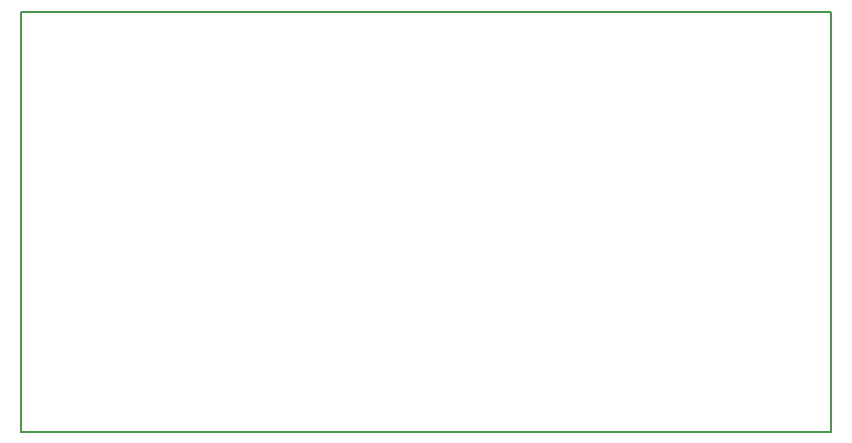
<source format=gbr>
G04 #@! TF.FileFunction,Profile,NP*
%FSLAX46Y46*%
G04 Gerber Fmt 4.6, Leading zero omitted, Abs format (unit mm)*
G04 Created by KiCad (PCBNEW 4.0.4-stable) date 2016 October 17, Monday 14:50:17*
%MOMM*%
%LPD*%
G01*
G04 APERTURE LIST*
%ADD10C,0.100000*%
%ADD11C,0.150000*%
G04 APERTURE END LIST*
D10*
D11*
X107259120Y-75001120D02*
X107259120Y-110561120D01*
X175839120Y-75001120D02*
X107259120Y-75001120D01*
X175839120Y-110561120D02*
X175839120Y-75001120D01*
X107259120Y-110561120D02*
X175839120Y-110561120D01*
M02*

</source>
